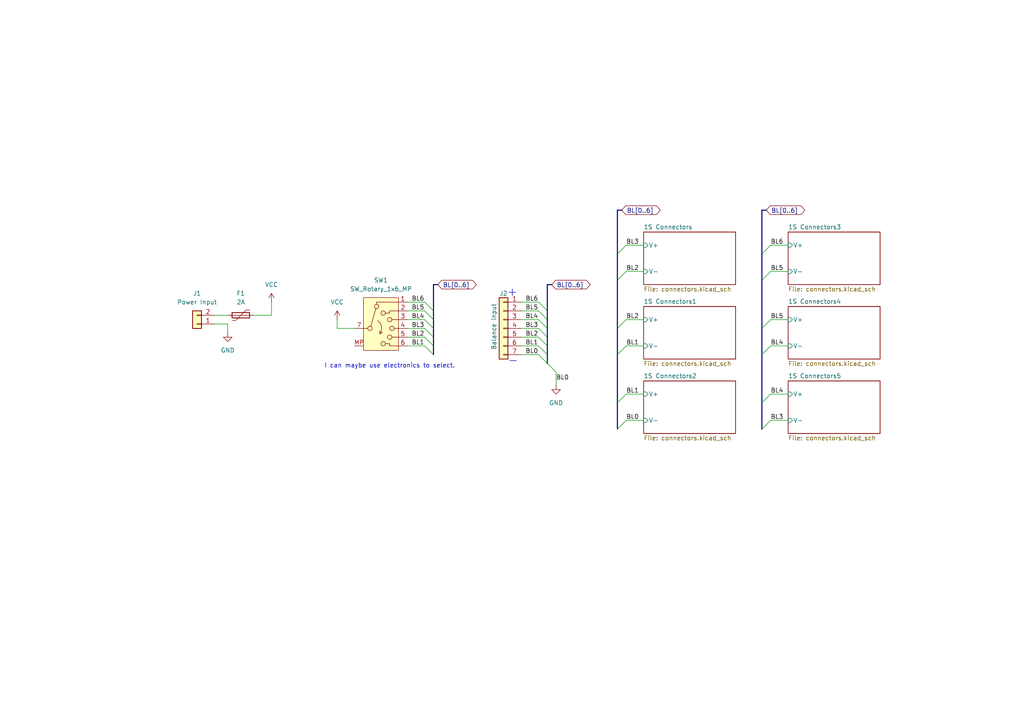
<source format=kicad_sch>
(kicad_sch (version 20250114) (generator "eeschema") (generator_version "9.0")
  (paper "A4")
  (lib_symbols
    (symbol "Connector_Generic:Conn_01x02" (pin_names (offset 1.016) (hide yes))
      (property "Reference" "J" (at 0 2.54 0))
      (property "Value" "Conn_01x02" (at 0 -5.08 0))
      (symbol "Conn_01x02_1_1"
        (rectangle (start -1.27 1.27) (end 1.27 -3.81) (stroke (width 0.254)) (fill (type background)))
        (rectangle (start -1.27 0.127) (end 0 -0.127) (stroke (width 0.1524)))
        (rectangle (start -1.27 -2.413) (end 0 -2.667) (stroke (width 0.1524)))
        (pin passive line (at -5.08 0 0) (length 3.81) (name "Pin_1") (number "1"))
        (pin passive line (at -5.08 -2.54 0) (length 3.81) (name "Pin_2") (number "2"))
      )
    )
    (symbol "Connector_Generic:Conn_01x07" (pin_names (offset 1.016) (hide yes))
      (property "Reference" "J" (at 0 10.16 0))
      (property "Value" "Conn_01x07" (at 0 -10.16 0))
      (symbol "Conn_01x07_1_1"
        (rectangle (start -1.27 8.89) (end 1.27 -8.89) (stroke (width 0.254)) (fill (type background)))
        (rectangle (start -1.27 7.747) (end 0 7.493) (stroke (width 0.1524)))
        (rectangle (start -1.27 5.207) (end 0 4.953) (stroke (width 0.1524)))
        (rectangle (start -1.27 2.667) (end 0 2.413) (stroke (width 0.1524)))
        (rectangle (start -1.27 0.127) (end 0 -0.127) (stroke (width 0.1524)))
        (rectangle (start -1.27 -2.413) (end 0 -2.667) (stroke (width 0.1524)))
        (rectangle (start -1.27 -4.953) (end 0 -5.207) (stroke (width 0.1524)))
        (rectangle (start -1.27 -7.493) (end 0 -7.747) (stroke (width 0.1524)))
        (pin passive line (at -5.08 7.62 0) (length 3.81) (name "Pin_1") (number "1"))
        (pin passive line (at -5.08 5.08 0) (length 3.81) (name "Pin_2") (number "2"))
        (pin passive line (at -5.08 2.54 0) (length 3.81) (name "Pin_3") (number "3"))
        (pin passive line (at -5.08 0 0) (length 3.81) (name "Pin_4") (number "4"))
        (pin passive line (at -5.08 -2.54 0) (length 3.81) (name "Pin_5") (number "5"))
        (pin passive line (at -5.08 -5.08 0) (length 3.81) (name "Pin_6") (number "6"))
        (pin passive line (at -5.08 -7.62 0) (length 3.81) (name "Pin_7") (number "7"))
      )
    )
    (symbol "Device:Polyfuse" (pin_numbers (hide yes)) (pin_names (offset 0))
      (property "Reference" "F" (at -2.54 0 90))
      (property "Value" "Polyfuse" (at 2.54 0 90))
      (symbol "Polyfuse_0_1"
        (polyline (pts (xy -1.524 2.54) (xy -1.524 1.524) (xy 1.524 -1.524) (xy 1.524 -2.54)))
        (rectangle (start -0.762 2.54) (end 0.762 -2.54) (stroke (width 0.254)))
        (polyline (pts (xy 0 2.54) (xy 0 -2.54)))
      )
      (symbol "Polyfuse_1_1"
        (pin passive line (at 0 3.81 270) (length 1.27) (name "~") (number "1"))
        (pin passive line (at 0 -3.81 90) (length 1.27) (name "~") (number "2"))
      )
    )
    (symbol "Switch:SW_Rotary_1x6_MP" (pin_names (hide yes))
      (property "Reference" "SW" (at 0 10.16 0))
      (property "Value" "SW_Rotary_1x6_MP" (at 8.89 -7.62 0))
      (symbol "SW_Rotary_1x6_MP_0_1"
        (polyline (pts (xy -5.08 0) (xy -3.81 0)))
        (circle (center -3.175 0) (radius 0.635))
        (polyline (pts (xy -2.9464 0.6096) (xy -1.4732 5.7404)))
        (arc (start -0.9526 2.2225) (mid 0.154 0.449) (end -0.3176 -1.5875))
        (circle (center -1.27 6.35) (radius 0.635))
        (polyline (pts (xy -0.3176 -1.5875) (xy -0.3176 -0.6985)))
        (polyline (pts (xy -0.3176 -1.5875) (xy -0.3176 -1.5875)))
        (polyline (pts (xy -0.3176 -1.5875) (xy 0.4444 -1.0795)))
        (circle (center 0.635 4.445) (radius 0.635))
        (circle (center 0.635 -4.445) (radius 0.635))
        (circle (center 2.54 2.54) (radius 0.635))
        (circle (center 2.54 -2.54) (radius 0.635))
        (circle (center 3.175 0) (radius 0.635))
        (polyline (pts (xy 5.08 7.62) (xy -1.27 7.62) (xy -1.27 7.62) (xy -1.27 6.985)))
        (polyline (pts (xy 5.08 5.08) (xy 2.54 5.08) (xy 2.54 4.445) (xy 1.27 4.445)))
        (polyline (pts (xy 5.08 2.54) (xy 3.175 2.54)))
        (polyline (pts (xy 5.08 0) (xy 3.81 0)))
        (polyline (pts (xy 5.08 -2.54) (xy 3.175 -2.54)))
        (polyline (pts (xy 5.08 -5.08) (xy 2.54 -5.08) (xy 2.54 -4.445) (xy 1.27 -4.445)))
      )
      (symbol "SW_Rotary_1x6_MP_1_1"
        (polyline (pts (xy -5.08 8.89) (xy 5.08 8.89) (xy 5.08 -6.35) (xy -5.08 -6.35) (xy -5.08 8.89) (xy -5.08 8.89)) (fill (type background)))
        (pin passive line (at -7.62 0 0) (length 2.54) (name "") (number "7"))
        (pin passive line (at -7.62 -5.08 0) (length 2.54) (name "") (number "MP"))
        (pin passive line (at 7.62 7.62 180) (length 2.54) (name "") (number "1"))
        (pin passive line (at 7.62 5.08 180) (length 2.54) (name "") (number "2"))
        (pin passive line (at 7.62 2.54 180) (length 2.54) (name "") (number "3"))
        (pin passive line (at 7.62 0 180) (length 2.54) (name "") (number "4"))
        (pin passive line (at 7.62 -2.54 180) (length 2.54) (name "") (number "5"))
        (pin passive line (at 7.62 -5.08 180) (length 2.54) (name "") (number "6"))
      )
    )
    (symbol "power:GND" (power) (pin_numbers (hide yes)) (pin_names (offset 0) (hide yes))
      (property "Value" "GND" (at 0 -3.81 0))
      (symbol "GND_0_1"
        (polyline (pts (xy 0 0) (xy 0 -1.27) (xy 1.27 -1.27) (xy 0 -2.54) (xy -1.27 -1.27) (xy 0 -1.27)))
      )
      (symbol "GND_1_1"
        (pin power_in line (at 0 0 270) (length 0) (name "~") (number "1"))
      )
    )
    (symbol "power:VCC" (power) (pin_numbers (hide yes)) (pin_names (offset 0) (hide yes))
      (property "Value" "VCC" (at 0 3.556 0))
      (symbol "VCC_0_1"
        (polyline (pts (xy -0.762 1.27) (xy 0 2.54)))
        (polyline (pts (xy 0 2.54) (xy 0.762 1.27)))
        (polyline (pts (xy 0 0) (xy 0 2.54)))
      )
      (symbol "VCC_1_1"
        (pin power_in line (at 0 0 90) (length 0) (name "~") (number "1"))
      )
    )
  )
  (text "+" (at 148.59 84.836 0) (effects (font (size 2.54 2.54))))
  (text "I can maybe use electronics to select." (at 113.03 106.172 0) (effects (font (size 1.27 1.27))))
  (text "-" (at 148.844 104.648 0) (effects (font (size 2.54 2.54))))
  (bus_entry (at 123.19 100.33) (size 2.54 2.54))
  (bus_entry (at 179.07 116.84) (size 2.54 -2.54))
  (bus_entry (at 156.21 97.79) (size 2.54 2.54))
  (bus_entry (at 179.07 81.28) (size 2.54 -2.54))
  (bus_entry (at 156.21 92.71) (size 2.54 2.54))
  (bus_entry (at 220.98 116.84) (size 2.54 -2.54))
  (bus_entry (at 123.19 87.63) (size 2.54 2.54))
  (bus_entry (at 220.98 95.25) (size 2.54 -2.54))
  (bus_entry (at 123.19 92.71) (size 2.54 2.54))
  (bus_entry (at 179.07 95.25) (size 2.54 -2.54))
  (bus_entry (at 220.98 124.46) (size 2.54 -2.54))
  (bus_entry (at 220.98 73.66) (size 2.54 -2.54))
  (bus_entry (at 220.98 102.87) (size 2.54 -2.54))
  (bus_entry (at 179.07 102.87) (size 2.54 -2.54))
  (bus_entry (at 179.07 73.66) (size 2.54 -2.54))
  (bus_entry (at 156.21 102.87) (size 2.54 2.54))
  (bus_entry (at 156.21 87.63) (size 2.54 2.54))
  (bus_entry (at 220.98 81.28) (size 2.54 -2.54))
  (bus_entry (at 156.21 95.25) (size 2.54 2.54))
  (bus_entry (at 123.19 97.79) (size 2.54 2.54))
  (bus_entry (at 179.07 124.46) (size 2.54 -2.54))
  (bus_entry (at 156.21 90.17) (size 2.54 2.54))
  (bus_entry (at 123.19 95.25) (size 2.54 2.54))
  (bus_entry (at 156.21 100.33) (size 2.54 2.54))
  (bus_entry (at 158.75 105.41) (size 2.54 2.54))
  (bus_entry (at 123.19 90.17) (size 2.54 2.54))
  (wire (pts (xy 151.13 100.33) (xy 156.21 100.33)))
  (wire (pts (xy 97.79 95.25) (xy 102.87 95.25)))
  (bus (pts (xy 158.75 100.33) (xy 158.75 102.87)))
  (wire (pts (xy 151.13 90.17) (xy 156.21 90.17)))
  (bus (pts (xy 220.98 81.28) (xy 220.98 95.25)))
  (wire (pts (xy 73.66 91.44) (xy 78.74 91.44)))
  (bus (pts (xy 179.07 60.96) (xy 180.34 60.96)))
  (bus (pts (xy 220.98 116.84) (xy 220.98 124.46)))
  (wire (pts (xy 181.61 92.71) (xy 186.69 92.71)))
  (bus (pts (xy 158.75 82.55) (xy 158.75 90.17)))
  (wire (pts (xy 151.13 95.25) (xy 156.21 95.25)))
  (wire (pts (xy 223.52 121.92) (xy 228.6 121.92)))
  (bus (pts (xy 179.07 102.87) (xy 179.07 116.84)))
  (bus (pts (xy 125.73 100.33) (xy 125.73 102.87)))
  (wire (pts (xy 62.23 93.98) (xy 66.04 93.98)))
  (bus (pts (xy 179.07 95.25) (xy 179.07 102.87)))
  (bus (pts (xy 220.98 73.66) (xy 220.98 81.28)))
  (wire (pts (xy 118.11 97.79) (xy 123.19 97.79)))
  (wire (pts (xy 151.13 92.71) (xy 156.21 92.71)))
  (bus (pts (xy 179.07 60.96) (xy 179.07 73.66)))
  (wire (pts (xy 223.52 114.3) (xy 228.6 114.3)))
  (wire (pts (xy 151.13 102.87) (xy 156.21 102.87)))
  (wire (pts (xy 223.52 100.33) (xy 228.6 100.33)))
  (bus (pts (xy 158.75 82.55) (xy 160.02 82.55)))
  (bus (pts (xy 158.75 95.25) (xy 158.75 97.79)))
  (wire (pts (xy 181.61 100.33) (xy 186.69 100.33)))
  (wire (pts (xy 66.04 93.98) (xy 66.04 96.52)))
  (wire (pts (xy 151.13 87.63) (xy 156.21 87.63)))
  (bus (pts (xy 125.73 92.71) (xy 125.73 95.25)))
  (bus (pts (xy 125.73 82.55) (xy 125.73 90.17)))
  (bus (pts (xy 220.98 60.96) (xy 220.98 73.66)))
  (wire (pts (xy 118.11 90.17) (xy 123.19 90.17)))
  (wire (pts (xy 62.23 91.44) (xy 66.04 91.44)))
  (wire (pts (xy 118.11 95.25) (xy 123.19 95.25)))
  (wire (pts (xy 223.52 78.74) (xy 228.6 78.74)))
  (wire (pts (xy 118.11 92.71) (xy 123.19 92.71)))
  (wire (pts (xy 223.52 71.12) (xy 228.6 71.12)))
  (bus (pts (xy 125.73 95.25) (xy 125.73 97.79)))
  (bus (pts (xy 220.98 60.96) (xy 222.25 60.96)))
  (wire (pts (xy 181.61 78.74) (xy 186.69 78.74)))
  (bus (pts (xy 179.07 116.84) (xy 179.07 124.46)))
  (bus (pts (xy 179.07 81.28) (xy 179.07 95.25)))
  (wire (pts (xy 78.74 91.44) (xy 78.74 87.63)))
  (bus (pts (xy 158.75 90.17) (xy 158.75 92.71)))
  (wire (pts (xy 118.11 87.63) (xy 123.19 87.63)))
  (wire (pts (xy 118.11 100.33) (xy 123.19 100.33)))
  (wire (pts (xy 161.29 107.95) (xy 161.29 111.76)))
  (bus (pts (xy 179.07 73.66) (xy 179.07 81.28)))
  (wire (pts (xy 181.61 121.92) (xy 186.69 121.92)))
  (wire (pts (xy 223.52 92.71) (xy 228.6 92.71)))
  (bus (pts (xy 158.75 92.71) (xy 158.75 95.25)))
  (bus (pts (xy 220.98 95.25) (xy 220.98 102.87)))
  (bus (pts (xy 125.73 97.79) (xy 125.73 100.33)))
  (bus (pts (xy 125.73 82.55) (xy 127 82.55)))
  (wire (pts (xy 151.13 97.79) (xy 156.21 97.79)))
  (bus (pts (xy 220.98 102.87) (xy 220.98 116.84)))
  (bus (pts (xy 158.75 97.79) (xy 158.75 100.33)))
  (wire (pts (xy 181.61 114.3) (xy 186.69 114.3)))
  (bus (pts (xy 125.73 90.17) (xy 125.73 92.71)))
  (bus (pts (xy 158.75 102.87) (xy 158.75 105.41)))
  (wire (pts (xy 97.79 92.71) (xy 97.79 95.25)))
  (wire (pts (xy 181.61 71.12) (xy 186.69 71.12)))
  (label "BL4" (at 119.38 92.71 0))
  (label "BL2" (at 119.38 97.79 0))
  (label "BL2" (at 181.61 78.74 0))
  (label "BL5" (at 223.52 92.71 0))
  (label "BL5" (at 152.4 90.17 0))
  (label "BL2" (at 181.61 92.71 0))
  (label "BL0" (at 152.4 102.87 0))
  (label "BL4" (at 223.52 100.33 0))
  (label "BL3" (at 181.61 71.12 0))
  (label "BL6" (at 119.38 87.63 0))
  (label "BL3" (at 152.4 95.25 0))
  (label "BL0" (at 161.29 110.49 0))
  (label "BL2" (at 152.4 97.79 0))
  (label "BL6" (at 223.52 71.12 0))
  (label "BL1" (at 181.61 100.33 0))
  (label "BL0" (at 181.61 121.92 0))
  (label "BL5" (at 223.52 78.74 0))
  (label "BL4" (at 223.52 114.3 0))
  (label "BL1" (at 152.4 100.33 0))
  (label "BL5" (at 119.38 90.17 0))
  (label "BL3" (at 223.52 121.92 0))
  (label "BL3" (at 119.38 95.25 0))
  (label "BL1" (at 181.61 114.3 0))
  (label "BL4" (at 152.4 92.71 0))
  (label "BL1" (at 119.38 100.33 0))
  (label "BL6" (at 152.4 87.63 0))
  (global_label "BL[0..6]" (shape bidirectional) (at 127 82.55 0) (property "Intersheetrefs" "${INTERSHEET_REFS}" (effects (hide yes))))
  (global_label "BL[0..6]" (shape bidirectional) (at 222.25 60.96 0) (property "Intersheetrefs" "${INTERSHEET_REFS}" (effects (hide yes))))
  (global_label "BL[0..6]" (shape bidirectional) (at 160.02 82.55 0) (property "Intersheetrefs" "${INTERSHEET_REFS}" (effects (hide yes))))
  (global_label "BL[0..6]" (shape bidirectional) (at 180.34 60.96 0) (property "Intersheetrefs" "${INTERSHEET_REFS}" (effects (hide yes))))
  (symbol (lib_id "Switch:SW_Rotary_1x6_MP") (at 110.49 95.25 0) (unit 1)
    (property "Reference" "SW1" (at 110.49 81.28 0))
    (property "Value" "SW_Rotary_1x6_MP" (at 110.49 83.82 0))
    (property "Description" "Rotary switch 1x6, SP6T with mount point" (effects (hide yes)))
  )
  (symbol (lib_id "power:GND") (at 66.04 96.52 0) (unit 1)
    (property "Reference" "#PWR01" (effects (hide yes)))
    (property "Value" "GND" (at 66.04 101.6 0))
    (property "Description" "Power symbol creates a global label with name \"GND\" , ground" (effects (hide yes)))
  )
  (symbol (lib_id "Connector_Generic:Conn_01x07") (at 146.05 95.25 0) (mirror y) (unit 1)
    (property "Reference" "J2" (at 146.05 85.09 0))
    (property "Value" "Balance input" (at 143.256 94.742 90))
    (property "Footprint" "Connector_JST:JST_XH_B7B-XH-A_1x07_P2.50mm_Vertical" (effects (hide yes)))
    (property "Description" "Generic connector, single row, 01x07, script generated (kicad-library-utils/schlib/autogen/connector/)" (effects (hide yes)))
    (property "LCSC" "C144398" (effects (hide yes)))
  )
  (symbol (lib_id "power:VCC") (at 97.79 92.71 0) (unit 1)
    (property "Reference" "#PWR04" (effects (hide yes)))
    (property "Value" "VCC" (at 97.79 87.63 0))
    (property "Description" "Power symbol creates a global label with name \"VCC\"" (effects (hide yes)))
  )
  (symbol (lib_id "power:GND") (at 161.29 111.76 0) (unit 1)
    (property "Reference" "#PWR03" (effects (hide yes)))
    (property "Value" "GND" (at 161.29 116.84 0))
    (property "Description" "Power symbol creates a global label with name \"GND\" , ground" (effects (hide yes)))
  )
  (symbol (lib_id "Connector_Generic:Conn_01x02") (at 57.15 93.98 180) (unit 1)
    (property "Reference" "J1" (at 57.15 85.09 0))
    (property "Value" "Power Input" (at 57.15 87.63 0))
    (property "Footprint" "Connector_AMASS:AMASS_XT60PW-M_1x02_P7.20mm_Horizontal" (effects (hide yes)))
    (property "Description" "Generic connector, single row, 01x02, script generated (kicad-library-utils/schlib/autogen/connector/)" (effects (hide yes)))
    (property "LCSC" "C98732" (effects (hide yes)))
  )
  (symbol (lib_id "power:VCC") (at 78.74 87.63 0) (unit 1)
    (property "Reference" "#PWR02" (effects (hide yes)))
    (property "Value" "VCC" (at 78.74 82.55 0))
    (property "Description" "Power symbol creates a global label with name \"VCC\"" (effects (hide yes)))
  )
  (symbol (lib_id "Device:Polyfuse") (at 69.85 91.44 90) (unit 1)
    (property "Reference" "F1" (at 69.85 85.09 90))
    (property "Value" "2A" (at 69.85 87.63 90))
    (property "Footprint" "Fuse:Fuse_1812_4532Metric_Pad1.30x3.40mm_HandSolder" (effects (hide yes)))
    (property "Description" "Resettable fuse, polymeric positive temperature coefficient" (effects (hide yes)))
    (property "LCSC" "C960026" (effects (hide yes)))
  )
  (sheet (at 228.6 88.9) (size 26.67 15.24) (stroke (width 0.1524))
    (property "Sheetname" "1S Connectors4" (at 228.6 88.1884 0) (effects (justify left bottom)))
    (property "Sheetfile" "connectors.kicad_sch" (at 228.6 104.7246 0) (effects (justify left top)))
    (pin "V+" input (at 228.6 92.71 180))
    (pin "V-" input (at 228.6 100.33 180))
  )
  (sheet (at 228.6 67.31) (size 26.67 15.24) (stroke (width 0.1524))
    (property "Sheetname" "1S Connectors3" (at 228.6 66.5984 0) (effects (justify left bottom)))
    (property "Sheetfile" "connectors.kicad_sch" (at 228.6 83.1346 0) (effects (justify left top)))
    (pin "V+" input (at 228.6 71.12 180))
    (pin "V-" input (at 228.6 78.74 180))
  )
  (sheet (at 186.69 110.49) (size 26.67 15.24) (stroke (width 0.1524))
    (property "Sheetname" "1S Connectors2" (at 186.69 109.7784 0) (effects (justify left bottom)))
    (property "Sheetfile" "connectors.kicad_sch" (at 186.69 126.3146 0) (effects (justify left top)))
    (pin "V+" input (at 186.69 114.3 180))
    (pin "V-" input (at 186.69 121.92 180))
  )
  (sheet (at 186.69 67.31) (size 26.67 15.24) (stroke (width 0.1524))
    (property "Sheetname" "1S Connectors" (at 186.69 66.5984 0) (effects (justify left bottom)))
    (property "Sheetfile" "connectors.kicad_sch" (at 186.69 83.1346 0) (effects (justify left top)))
    (pin "V+" input (at 186.69 71.12 180))
    (pin "V-" input (at 186.69 78.74 180))
  )
  (sheet (at 228.6 110.49) (size 26.67 15.24) (stroke (width 0.1524))
    (property "Sheetname" "1S Connectors5" (at 228.6 109.7784 0) (effects (justify left bottom)))
    (property "Sheetfile" "connectors.kicad_sch" (at 228.6 126.3146 0) (effects (justify left top)))
    (pin "V+" input (at 228.6 114.3 180))
    (pin "V-" input (at 228.6 121.92 180))
  )
  (sheet (at 186.69 88.9) (size 26.67 15.24) (stroke (width 0.1524))
    (property "Sheetname" "1S Connectors1" (at 186.69 88.1884 0) (effects (justify left bottom)))
    (property "Sheetfile" "connectors.kicad_sch" (at 186.69 104.7246 0) (effects (justify left top)))
    (pin "V+" input (at 186.69 92.71 180))
    (pin "V-" input (at 186.69 100.33 180))
  )
)
</source>
